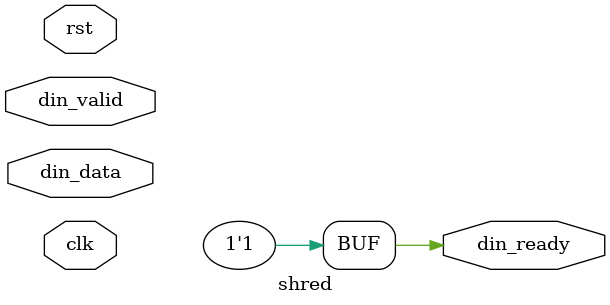
<source format=v>
module shred #(
               parameter DIN = 0
               ) (
                  input                clk,
                  input                rst,

                  output wire          din_ready,
                  input wire           din_valid,
                  input wire [DIN-1:0] din_data
                  );
   assign din_ready = 1'b1;
endmodule

</source>
